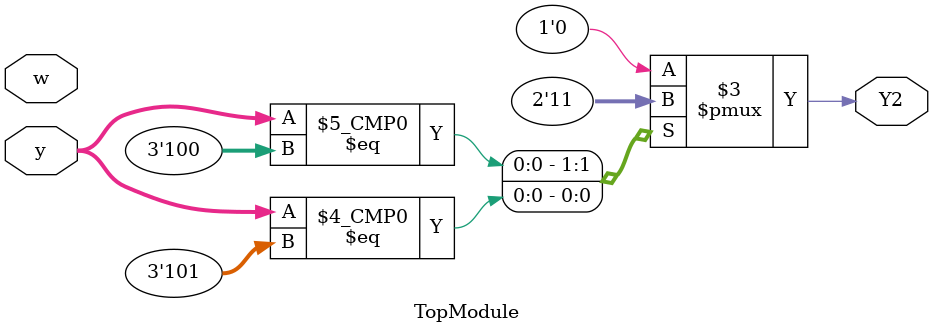
<source format=sv>

module TopModule (
  input [3:1] y,
  input w,
  output reg Y2
);
  always @(*) begin
    case (y)
      3'b000: Y2 = 1'b0; // A
      3'b001: Y2 = 1'b0; // B
      3'b010: Y2 = 1'b0; // C
      3'b011: Y2 = 1'b0; // D
      3'b100: Y2 = 1'b1; // E
      3'b101: Y2 = 1'b1; // F
      default: Y2 = 1'b0;
    endcase
  end
endmodule

</source>
